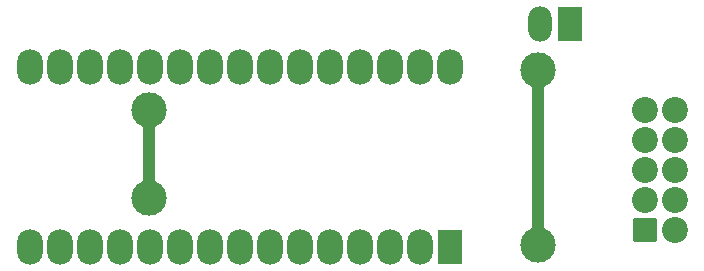
<source format=gbr>
%TF.GenerationSoftware,KiCad,Pcbnew,(6.0.0)*%
%TF.CreationDate,2022-03-06T12:03:04+01:00*%
%TF.ProjectId,ArduinoNanoISP,41726475-696e-46f4-9e61-6e6f4953502e,rev?*%
%TF.SameCoordinates,PX768d1f0PY72f7270*%
%TF.FileFunction,Copper,L2,Bot*%
%TF.FilePolarity,Positive*%
%FSLAX46Y46*%
G04 Gerber Fmt 4.6, Leading zero omitted, Abs format (unit mm)*
G04 Created by KiCad (PCBNEW (6.0.0)) date 2022-03-06 12:03:04*
%MOMM*%
%LPD*%
G01*
G04 APERTURE LIST*
G04 Aperture macros list*
%AMRoundRect*
0 Rectangle with rounded corners*
0 $1 Rounding radius*
0 $2 $3 $4 $5 $6 $7 $8 $9 X,Y pos of 4 corners*
0 Add a 4 corners polygon primitive as box body*
4,1,4,$2,$3,$4,$5,$6,$7,$8,$9,$2,$3,0*
0 Add four circle primitives for the rounded corners*
1,1,$1+$1,$2,$3*
1,1,$1+$1,$4,$5*
1,1,$1+$1,$6,$7*
1,1,$1+$1,$8,$9*
0 Add four rect primitives between the rounded corners*
20,1,$1+$1,$2,$3,$4,$5,0*
20,1,$1+$1,$4,$5,$6,$7,0*
20,1,$1+$1,$6,$7,$8,$9,0*
20,1,$1+$1,$8,$9,$2,$3,0*%
G04 Aperture macros list end*
%TA.AperFunction,ComponentPad*%
%ADD10R,2.000000X3.000000*%
%TD*%
%TA.AperFunction,ComponentPad*%
%ADD11O,2.000000X3.000000*%
%TD*%
%TA.AperFunction,ComponentPad*%
%ADD12R,2.100000X3.000000*%
%TD*%
%TA.AperFunction,ComponentPad*%
%ADD13O,2.200000X3.000000*%
%TD*%
%TA.AperFunction,ComponentPad*%
%ADD14RoundRect,0.308824X-0.741176X-0.741176X0.741176X-0.741176X0.741176X0.741176X-0.741176X0.741176X0*%
%TD*%
%TA.AperFunction,ComponentPad*%
%ADD15C,2.200000*%
%TD*%
%TA.AperFunction,ViaPad*%
%ADD16C,3.000000*%
%TD*%
%TA.AperFunction,Conductor*%
%ADD17C,1.000000*%
%TD*%
G04 APERTURE END LIST*
D10*
%TO.P,JP1,1,A*%
%TO.N,Net-(J1-Pad2)*%
X48200000Y25175000D03*
D11*
%TO.P,JP1,2,B*%
%TO.N,+5V*%
X45660000Y25175000D03*
%TD*%
D12*
%TO.P,A1,1,D1/TX*%
%TO.N,unconnected-(A1-Pad1)*%
X38025000Y6340000D03*
D13*
%TO.P,A1,2,D0/RX*%
%TO.N,unconnected-(A1-Pad2)*%
X35485000Y6340000D03*
%TO.P,A1,3,~{RESET}*%
%TO.N,unconnected-(A1-Pad3)*%
X32945000Y6340000D03*
%TO.P,A1,4,GND*%
%TO.N,GND*%
X30405000Y6340000D03*
%TO.P,A1,5,D2*%
%TO.N,unconnected-(A1-Pad5)*%
X27865000Y6340000D03*
%TO.P,A1,6,D3*%
%TO.N,unconnected-(A1-Pad6)*%
X25325000Y6340000D03*
%TO.P,A1,7,D4*%
%TO.N,unconnected-(A1-Pad7)*%
X22785000Y6340000D03*
%TO.P,A1,8,D5*%
%TO.N,unconnected-(A1-Pad8)*%
X20245000Y6340000D03*
%TO.P,A1,9,D6*%
%TO.N,unconnected-(A1-Pad9)*%
X17705000Y6340000D03*
%TO.P,A1,10,D7*%
%TO.N,/RESET*%
X15165000Y6340000D03*
%TO.P,A1,11,D8*%
%TO.N,/MOSI*%
X12625000Y6340000D03*
%TO.P,A1,12,D9*%
%TO.N,/MISO*%
X10085000Y6340000D03*
%TO.P,A1,13,D10*%
%TO.N,/SCK*%
X7545000Y6340000D03*
%TO.P,A1,14,D11*%
%TO.N,unconnected-(A1-Pad14)*%
X5005000Y6340000D03*
%TO.P,A1,15,D12*%
%TO.N,unconnected-(A1-Pad15)*%
X2465000Y6340000D03*
%TO.P,A1,16,D13*%
%TO.N,unconnected-(A1-Pad16)*%
X2465000Y21580000D03*
%TO.P,A1,17,3V3*%
%TO.N,unconnected-(A1-Pad17)*%
X5005000Y21580000D03*
%TO.P,A1,18,AREF*%
%TO.N,unconnected-(A1-Pad18)*%
X7545000Y21580000D03*
%TO.P,A1,19,A0*%
%TO.N,unconnected-(A1-Pad19)*%
X10085000Y21580000D03*
%TO.P,A1,20,A1*%
%TO.N,unconnected-(A1-Pad20)*%
X12625000Y21580000D03*
%TO.P,A1,21,A2*%
%TO.N,unconnected-(A1-Pad21)*%
X15165000Y21580000D03*
%TO.P,A1,22,A3*%
%TO.N,unconnected-(A1-Pad22)*%
X17705000Y21580000D03*
%TO.P,A1,23,A4*%
%TO.N,unconnected-(A1-Pad23)*%
X20245000Y21580000D03*
%TO.P,A1,24,A5*%
%TO.N,unconnected-(A1-Pad24)*%
X22785000Y21580000D03*
%TO.P,A1,25,A6*%
%TO.N,unconnected-(A1-Pad25)*%
X25325000Y21580000D03*
%TO.P,A1,26,A7*%
%TO.N,unconnected-(A1-Pad26)*%
X27865000Y21580000D03*
%TO.P,A1,27,+5V*%
%TO.N,+5V*%
X30405000Y21580000D03*
%TO.P,A1,28,~{RESET}*%
%TO.N,unconnected-(A1-Pad28)*%
X32945000Y21580000D03*
%TO.P,A1,29,GND*%
%TO.N,GND*%
X35485000Y21580000D03*
%TO.P,A1,30,VIN*%
%TO.N,unconnected-(A1-Pad30)*%
X38025000Y21580000D03*
%TD*%
D14*
%TO.P,J1,1,MOSI*%
%TO.N,/MOSI*%
X54525000Y7775000D03*
D15*
%TO.P,J1,2,VCC*%
%TO.N,Net-(J1-Pad2)*%
X57065000Y7775000D03*
%TO.P,J1,3,NC*%
%TO.N,unconnected-(J1-Pad3)*%
X54525000Y10315000D03*
%TO.P,J1,4,GND*%
%TO.N,GND*%
X57065000Y10315000D03*
%TO.P,J1,5,~{RST}*%
%TO.N,/RESET*%
X54525000Y12855000D03*
%TO.P,J1,6,GND*%
%TO.N,GND*%
X57065000Y12855000D03*
%TO.P,J1,7,SCK*%
%TO.N,/SCK*%
X54525000Y15395000D03*
%TO.P,J1,8,GND*%
%TO.N,GND*%
X57065000Y15395000D03*
%TO.P,J1,9,MISO*%
%TO.N,/MISO*%
X54525000Y17935000D03*
%TO.P,J1,10,GND*%
%TO.N,GND*%
X57065000Y17935000D03*
%TD*%
D16*
%TO.N,GND*%
X45475000Y21350000D03*
X45475000Y6500000D03*
%TO.N,/MISO*%
X12590000Y17935000D03*
X12550000Y10450000D03*
%TD*%
D17*
%TO.N,GND*%
X45475000Y6500000D02*
X45475000Y21350000D01*
%TO.N,/MISO*%
X12590000Y10490000D02*
X12550000Y10450000D01*
X12590000Y17935000D02*
X12590000Y10490000D01*
%TD*%
M02*

</source>
